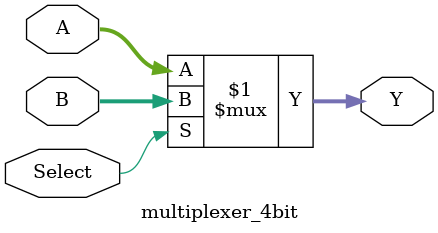
<source format=v>

`timescale 1ns/1ns

module multiplexer_4bit (
    input wire [3:0] A,           // 2-bit Input A
    input wire [3:0] B,           // 2-bit Input B
    input wire Select,        // Select signal
    output wire [3:0] Y           // 2-bit Output
);

    // Multiplexer logic: If Select_bit is 1, S = B; If Select_bit is 0, S = A
    assign Y = (Select) ? B : A;

endmodule





</source>
